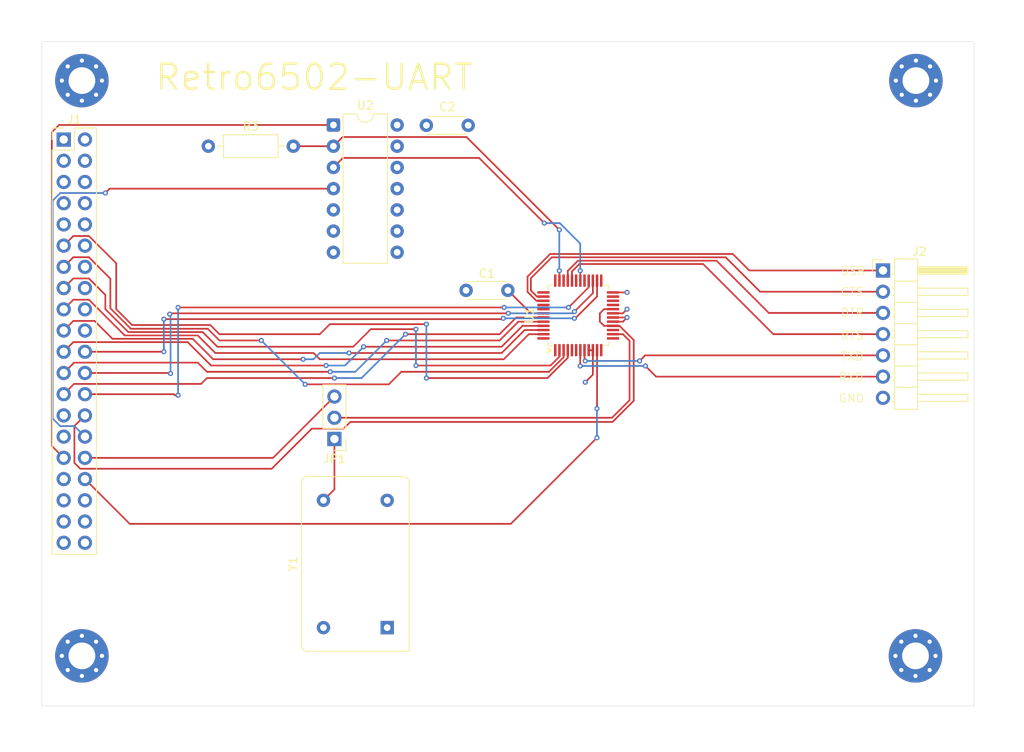
<source format=kicad_pcb>
(kicad_pcb (version 20241229) (generator "pcbnew") (generator_version "9.0")
  (layers (0 "F.Cu" signal) (4 "In1.Cu" signal) (6 "In2.Cu" signal) (2 "B.Cu" signal) (13 "F.Paste" user) (15 "B.Paste" user) (5 "F.SilkS" user "F.Silkscreen") (7 "B.SilkS" user "B.Silkscreen") (1 "F.Mask" user) (3 "B.Mask" user) (25 "Edge.Cuts" user))
  (net 0 "")
  (net 1 "VCC")
  (net 2 "/D7")
  (net 3 "/D6")
  (net 4 "/D5")
  (net 5 "/D4")
  (net 6 "/D3")
  (net 7 "/D2")
  (net 8 "/A2")
  (net 9 "/D1")
  (net 10 "/A1")
  (net 11 "/D0")
  (net 12 "/A0")
  (net 13 "/R{slash}~{W}")
  (net 14 "/~{IRQ}")
  (net 15 "/~{RESET}")
  (net 16 "/16MHz")
  (net 17 "/~{IOCS1}")
  (net 18 "GND")
  (net 39 "/TXD")
  (net 40 "/~{RTS}")
  (net 41 "/~{DSR}")
  (net 42 "/RXD")
  (net 43 "/~{CTS}")
  (net 44 "/~{DTR}")
  (net 45 "/UCLK")
  (net 46 "Net-(JP1-A)")
  (net 47 "/RESET")
  (net 64 "/IRQ")
  (footprint "Resistor_THT:R_Axial_DIN0207_L6.3mm_D2.5mm_P10.16mm_Horizontal" (layer "F.Cu") (at 107.42 72.5)
    (property "Reference" "R3" (at 5.08 -2.37 0) (layer "F.SilkS"))
    (property "Value" "3k3")
    (pad "1" thru_hole circle (at 0 0) (size 1.6 1.6) (drill 0.8) (layers "*.Cu" "*.Mask") (net 1 "VCC"))
    (pad "2" thru_hole oval (at 10.16 0) (size 1.6 1.6) (drill 0.8) (layers "*.Cu" "*.Mask") (net 47 "/RESET"))
  )
  (footprint "Capacitor_THT:C_Disc_D4.3mm_W1.9mm_P5.00mm" (layer "F.Cu") (at 143.25 89.75 180)
    (property "Reference" "C1" (at 2.5 2 0) (layer "F.SilkS"))
    (property "Value" "100n")
    (pad "1" thru_hole circle (at 0 0 180) (size 1.6 1.6) (drill 0.8) (layers "*.Cu" "*.Mask") (net 1 "VCC"))
    (pad "2" thru_hole circle (at 5 0 180) (size 1.6 1.6) (drill 0.8) (layers "*.Cu" "*.Mask") (net 18 "GND"))
  )
  (footprint "MountingHole:MountingHole_3.2mm_M3_Pad_Via" (layer "F.Cu") (at 92.297056 64.647056)
    (property "Reference" "H1")
    (property "Value" "MountingHole_Pad")
    (pad "1" thru_hole circle (at -2.4 0) (size 0.8 0.8) (drill 0.5) (layers "*.Cu" "*.Mask") (net 18 "GND"))
    (pad "1" thru_hole circle (at -1.697056 -1.697056) (size 0.8 0.8) (drill 0.5) (layers "*.Cu" "*.Mask") (net 18 "GND"))
    (pad "1" thru_hole circle (at -1.697056 1.697056) (size 0.8 0.8) (drill 0.5) (layers "*.Cu" "*.Mask") (net 18 "GND"))
    (pad "1" thru_hole circle (at 0 -2.4) (size 0.8 0.8) (drill 0.5) (layers "*.Cu" "*.Mask") (net 18 "GND"))
    (pad "1" thru_hole circle (at 0 0) (size 6.4 6.4) (drill 3.2) (layers "*.Cu" "*.Mask") (net 18 "GND"))
    (pad "1" thru_hole circle (at 0 2.4) (size 0.8 0.8) (drill 0.5) (layers "*.Cu" "*.Mask") (net 18 "GND"))
    (pad "1" thru_hole circle (at 1.697056 -1.697056) (size 0.8 0.8) (drill 0.5) (layers "*.Cu" "*.Mask") (net 18 "GND"))
    (pad "1" thru_hole circle (at 1.697056 1.697056) (size 0.8 0.8) (drill 0.5) (layers "*.Cu" "*.Mask") (net 18 "GND"))
    (pad "1" thru_hole circle (at 2.4 0) (size 0.8 0.8) (drill 0.5) (layers "*.Cu" "*.Mask") (net 18 "GND"))
  )
  (footprint "Connector_PinHeader_2.54mm:PinHeader_2x20_P2.54mm_Vertical" (layer "F.Cu") (at 90.12 71.7)
    (property "Reference" "J1" (at 1.27 -2.38 0) (layer "F.SilkS"))
    (property "Value" "BUS")
    (pad "1" thru_hole rect (at 0 0) (size 1.7 1.7) (drill 1) (layers "*.Cu" "*.Mask") (net 1 "VCC"))
    (pad "2" thru_hole circle (at 2.54 0) (size 1.7 1.7) (drill 1) (layers "*.Cu" "*.Mask") (net 1 "VCC"))
    (pad "3" thru_hole circle (at 0 2.54) (size 1.7 1.7) (drill 1) (layers "*.Cu" "*.Mask"))
    (pad "4" thru_hole circle (at 2.54 2.54) (size 1.7 1.7) (drill 1) (layers "*.Cu" "*.Mask"))
    (pad "5" thru_hole circle (at 0 5.08) (size 1.7 1.7) (drill 1) (layers "*.Cu" "*.Mask"))
    (pad "6" thru_hole circle (at 2.54 5.08) (size 1.7 1.7) (drill 1) (layers "*.Cu" "*.Mask"))
    (pad "7" thru_hole circle (at 0 7.62) (size 1.7 1.7) (drill 1) (layers "*.Cu" "*.Mask"))
    (pad "8" thru_hole circle (at 2.54 7.62) (size 1.7 1.7) (drill 1) (layers "*.Cu" "*.Mask"))
    (pad "9" thru_hole circle (at 0 10.16) (size 1.7 1.7) (drill 1) (layers "*.Cu" "*.Mask"))
    (pad "10" thru_hole circle (at 2.54 10.16) (size 1.7 1.7) (drill 1) (layers "*.Cu" "*.Mask"))
    (pad "11" thru_hole circle (at 0 12.7) (size 1.7 1.7) (drill 1) (layers "*.Cu" "*.Mask") (net 2 "/D7"))
    (pad "12" thru_hole circle (at 2.54 12.7) (size 1.7 1.7) (drill 1) (layers "*.Cu" "*.Mask"))
    (pad "13" thru_hole circle (at 0 15.24) (size 1.7 1.7) (drill 1) (layers "*.Cu" "*.Mask") (net 3 "/D6"))
    (pad "14" thru_hole circle (at 2.54 15.24) (size 1.7 1.7) (drill 1) (layers "*.Cu" "*.Mask"))
    (pad "15" thru_hole circle (at 0 17.78) (size 1.7 1.7) (drill 1) (layers "*.Cu" "*.Mask") (net 4 "/D5"))
    (pad "16" thru_hole circle (at 2.54 17.78) (size 1.7 1.7) (drill 1) (layers "*.Cu" "*.Mask"))
    (pad "17" thru_hole circle (at 0 20.32) (size 1.7 1.7) (drill 1) (layers "*.Cu" "*.Mask") (net 5 "/D4"))
    (pad "18" thru_hole circle (at 2.54 20.32) (size 1.7 1.7) (drill 1) (layers "*.Cu" "*.Mask"))
    (pad "19" thru_hole circle (at 0 22.86) (size 1.7 1.7) (drill 1) (layers "*.Cu" "*.Mask") (net 6 "/D3"))
    (pad "20" thru_hole circle (at 2.54 22.86) (size 1.7 1.7) (drill 1) (layers "*.Cu" "*.Mask"))
    (pad "21" thru_hole circle (at 0 25.4) (size 1.7 1.7) (drill 1) (layers "*.Cu" "*.Mask") (net 7 "/D2"))
    (pad "22" thru_hole circle (at 2.54 25.4) (size 1.7 1.7) (drill 1) (layers "*.Cu" "*.Mask") (net 8 "/A2"))
    (pad "23" thru_hole circle (at 0 27.94) (size 1.7 1.7) (drill 1) (layers "*.Cu" "*.Mask") (net 9 "/D1"))
    (pad "24" thru_hole circle (at 2.54 27.94) (size 1.7 1.7) (drill 1) (layers "*.Cu" "*.Mask") (net 10 "/A1"))
    (pad "25" thru_hole circle (at 0 30.48) (size 1.7 1.7) (drill 1) (layers "*.Cu" "*.Mask") (net 11 "/D0"))
    (pad "26" thru_hole circle (at 2.54 30.48) (size 1.7 1.7) (drill 1) (layers "*.Cu" "*.Mask") (net 12 "/A0"))
    (pad "27" thru_hole circle (at 0 33.02) (size 1.7 1.7) (drill 1) (layers "*.Cu" "*.Mask"))
    (pad "28" thru_hole circle (at 2.54 33.02) (size 1.7 1.7) (drill 1) (layers "*.Cu" "*.Mask") (net 13 "/R{slash}~{W}"))
    (pad "29" thru_hole circle (at 0 35.56) (size 1.7 1.7) (drill 1) (layers "*.Cu" "*.Mask"))
    (pad "30" thru_hole circle (at 2.54 35.56) (size 1.7 1.7) (drill 1) (layers "*.Cu" "*.Mask") (net 14 "/~{IRQ}"))
    (pad "31" thru_hole circle (at 0 38.1) (size 1.7 1.7) (drill 1) (layers "*.Cu" "*.Mask") (net 15 "/~{RESET}"))
    (pad "32" thru_hole circle (at 2.54 38.1) (size 1.7 1.7) (drill 1) (layers "*.Cu" "*.Mask") (net 16 "/16MHz"))
    (pad "33" thru_hole circle (at 0 40.64) (size 1.7 1.7) (drill 1) (layers "*.Cu" "*.Mask"))
    (pad "34" thru_hole circle (at 2.54 40.64) (size 1.7 1.7) (drill 1) (layers "*.Cu" "*.Mask") (net 17 "/~{IOCS1}"))
    (pad "35" thru_hole circle (at 0 43.18) (size 1.7 1.7) (drill 1) (layers "*.Cu" "*.Mask"))
    (pad "36" thru_hole circle (at 2.54 43.18) (size 1.7 1.7) (drill 1) (layers "*.Cu" "*.Mask"))
    (pad "37" thru_hole circle (at 0 45.72) (size 1.7 1.7) (drill 1) (layers "*.Cu" "*.Mask"))
    (pad "38" thru_hole circle (at 2.54 45.72) (size 1.7 1.7) (drill 1) (layers "*.Cu" "*.Mask"))
    (pad "39" thru_hole circle (at 0 48.26) (size 1.7 1.7) (drill 1) (layers "*.Cu" "*.Mask") (net 18 "GND"))
    (pad "40" thru_hole circle (at 2.54 48.26) (size 1.7 1.7) (drill 1) (layers "*.Cu" "*.Mask") (net 18 "GND"))
  )
  (footprint "Connector_PinHeader_2.54mm:PinHeader_1x03_P2.54mm_Vertical" (layer "F.Cu") (at 122.5 107.54 180)
    (property "Reference" "JP1" (at 0 -2.38 0) (layer "F.SilkS"))
    (property "Value" "ClkSrc")
    (pad "1" thru_hole rect (at 0 0 180) (size 1.7 1.7) (drill 1) (layers "*.Cu" "*.Mask") (net 46 "Net-(JP1-A)"))
    (pad "2" thru_hole circle (at 0 2.54 180) (size 1.7 1.7) (drill 1) (layers "*.Cu" "*.Mask") (net 45 "/UCLK"))
    (pad "3" thru_hole circle (at 0 5.08 180) (size 1.7 1.7) (drill 1) (layers "*.Cu" "*.Mask") (net 16 "/16MHz"))
  )
  (footprint "MountingHole:MountingHole_3.2mm_M3_Pad_Via" (layer "F.Cu") (at 192 133.5)
    (property "Reference" "H4")
    (property "Value" "MountingHole_Pad")
    (pad "1" thru_hole circle (at -2.4 0) (size 0.8 0.8) (drill 0.5) (layers "*.Cu" "*.Mask") (net 18 "GND"))
    (pad "1" thru_hole circle (at -1.697056 -1.697056) (size 0.8 0.8) (drill 0.5) (layers "*.Cu" "*.Mask") (net 18 "GND"))
    (pad "1" thru_hole circle (at -1.697056 1.697056) (size 0.8 0.8) (drill 0.5) (layers "*.Cu" "*.Mask") (net 18 "GND"))
    (pad "1" thru_hole circle (at 0 -2.4) (size 0.8 0.8) (drill 0.5) (layers "*.Cu" "*.Mask") (net 18 "GND"))
    (pad "1" thru_hole circle (at 0 0) (size 6.4 6.4) (drill 3.2) (layers "*.Cu" "*.Mask") (net 18 "GND"))
    (pad "1" thru_hole circle (at 0 2.4) (size 0.8 0.8) (drill 0.5) (layers "*.Cu" "*.Mask") (net 18 "GND"))
    (pad "1" thru_hole circle (at 1.697056 -1.697056) (size 0.8 0.8) (drill 0.5) (layers "*.Cu" "*.Mask") (net 18 "GND"))
    (pad "1" thru_hole circle (at 1.697056 1.697056) (size 0.8 0.8) (drill 0.5) (layers "*.Cu" "*.Mask") (net 18 "GND"))
    (pad "1" thru_hole circle (at 2.4 0) (size 0.8 0.8) (drill 0.5) (layers "*.Cu" "*.Mask") (net 18 "GND"))
  )
  (footprint "Oscillator:Oscillator_DIP-14" (layer "F.Cu") (at 128.81 130.12 90)
    (property "Reference" "Y1" (at 7.62 -11.26 90) (layer "F.SilkS"))
    (property "Value" "1.8432MHz")
    (pad "1" thru_hole rect (at 0 0 90) (size 1.6 1.6) (drill 0.8) (layers "*.Cu" "*.Mask"))
    (pad "7" thru_hole circle (at 15.24 0 90) (size 1.6 1.6) (drill 0.8) (layers "*.Cu" "*.Mask") (net 18 "GND"))
    (pad "8" thru_hole circle (at 15.24 -7.62 90) (size 1.6 1.6) (drill 0.8) (layers "*.Cu" "*.Mask") (net 46 "Net-(JP1-A)"))
    (pad "14" thru_hole circle (at 0 -7.62 90) (size 1.6 1.6) (drill 0.8) (layers "*.Cu" "*.Mask") (net 1 "VCC"))
  )
  (footprint "Package_DIP:DIP-14_W7.62mm" (layer "F.Cu") (at 122.38 69.96)
    (property "Reference" "U2" (at 3.81 -2.33 0) (layer "F.SilkS"))
    (property "Value" "74LS06")
    (pad "1" thru_hole roundrect (at 0 0) (size 1.6 1.6) (drill 0.8) (layers "*.Cu" "*.Mask") (roundrect_rratio 0.15625) (net 15 "/~{RESET}"))
    (pad "2" thru_hole circle (at 0 2.54) (size 1.6 1.6) (drill 0.8) (layers "*.Cu" "*.Mask") (net 47 "/RESET"))
    (pad "3" thru_hole circle (at 0 5.08) (size 1.6 1.6) (drill 0.8) (layers "*.Cu" "*.Mask") (net 64 "/IRQ"))
    (pad "4" thru_hole circle (at 0 7.62) (size 1.6 1.6) (drill 0.8) (layers "*.Cu" "*.Mask") (net 14 "/~{IRQ}"))
    (pad "5" thru_hole circle (at 0 10.16) (size 1.6 1.6) (drill 0.8) (layers "*.Cu" "*.Mask") (net 18 "GND"))
    (pad "6" thru_hole circle (at 0 12.7) (size 1.6 1.6) (drill 0.8) (layers "*.Cu" "*.Mask"))
    (pad "7" thru_hole circle (at 0 15.24) (size 1.6 1.6) (drill 0.8) (layers "*.Cu" "*.Mask") (net 18 "GND"))
    (pad "8" thru_hole circle (at 7.62 15.24) (size 1.6 1.6) (drill 0.8) (layers "*.Cu" "*.Mask"))
    (pad "9" thru_hole circle (at 7.62 12.7) (size 1.6 1.6) (drill 0.8) (layers "*.Cu" "*.Mask") (net 18 "GND"))
    (pad "10" thru_hole circle (at 7.62 10.16) (size 1.6 1.6) (drill 0.8) (layers "*.Cu" "*.Mask"))
    (pad "11" thru_hole circle (at 7.62 7.62) (size 1.6 1.6) (drill 0.8) (layers "*.Cu" "*.Mask") (net 18 "GND"))
    (pad "12" thru_hole circle (at 7.62 5.08) (size 1.6 1.6) (drill 0.8) (layers "*.Cu" "*.Mask"))
    (pad "13" thru_hole circle (at 7.62 2.54) (size 1.6 1.6) (drill 0.8) (layers "*.Cu" "*.Mask") (net 18 "GND"))
    (pad "14" thru_hole circle (at 7.62 0) (size 1.6 1.6) (drill 0.8) (layers "*.Cu" "*.Mask") (net 1 "VCC"))
  )
  (footprint "MountingHole:MountingHole_3.2mm_M3_Pad_Via" (layer "F.Cu") (at 92.297056 133.5)
    (property "Reference" "H3")
    (property "Value" "MountingHole_Pad")
    (pad "1" thru_hole circle (at -2.4 0) (size 0.8 0.8) (drill 0.5) (layers "*.Cu" "*.Mask") (net 18 "GND"))
    (pad "1" thru_hole circle (at -1.697056 -1.697056) (size 0.8 0.8) (drill 0.5) (layers "*.Cu" "*.Mask") (net 18 "GND"))
    (pad "1" thru_hole circle (at -1.697056 1.697056) (size 0.8 0.8) (drill 0.5) (layers "*.Cu" "*.Mask") (net 18 "GND"))
    (pad "1" thru_hole circle (at 0 -2.4) (size 0.8 0.8) (drill 0.5) (layers "*.Cu" "*.Mask") (net 18 "GND"))
    (pad "1" thru_hole circle (at 0 0) (size 6.4 6.4) (drill 3.2) (layers "*.Cu" "*.Mask") (net 18 "GND"))
    (pad "1" thru_hole circle (at 0 2.4) (size 0.8 0.8) (drill 0.5) (layers "*.Cu" "*.Mask") (net 18 "GND"))
    (pad "1" thru_hole circle (at 1.697056 -1.697056) (size 0.8 0.8) (drill 0.5) (layers "*.Cu" "*.Mask") (net 18 "GND"))
    (pad "1" thru_hole circle (at 1.697056 1.697056) (size 0.8 0.8) (drill 0.5) (layers "*.Cu" "*.Mask") (net 18 "GND"))
    (pad "1" thru_hole circle (at 2.4 0) (size 0.8 0.8) (drill 0.5) (layers "*.Cu" "*.Mask") (net 18 "GND"))
  )
  (footprint "Capacitor_THT:C_Disc_D4.3mm_W1.9mm_P5.00mm" (layer "F.Cu") (at 133.5 70)
    (property "Reference" "C2" (at 2.5 -2.2 0) (layer "F.SilkS"))
    (property "Value" "100n")
    (pad "1" thru_hole circle (at 0 0) (size 1.6 1.6) (drill 0.8) (layers "*.Cu" "*.Mask") (net 1 "VCC"))
    (pad "2" thru_hole circle (at 5 0) (size 1.6 1.6) (drill 0.8) (layers "*.Cu" "*.Mask") (net 18 "GND"))
  )
  (footprint "MountingHole:MountingHole_3.2mm_M3_Pad_Via" (layer "F.Cu") (at 192.05 64.647056)
    (property "Reference" "H2")
    (property "Value" "MountingHole_Pad")
    (pad "1" thru_hole circle (at -2.4 0) (size 0.8 0.8) (drill 0.5) (layers "*.Cu" "*.Mask") (net 18 "GND"))
    (pad "1" thru_hole circle (at -1.697056 -1.697056) (size 0.8 0.8) (drill 0.5) (layers "*.Cu" "*.Mask") (net 18 "GND"))
    (pad "1" thru_hole circle (at -1.697056 1.697056) (size 0.8 0.8) (drill 0.5) (layers "*.Cu" "*.Mask") (net 18 "GND"))
    (pad "1" thru_hole circle (at 0 -2.4) (size 0.8 0.8) (drill 0.5) (layers "*.Cu" "*.Mask") (net 18 "GND"))
    (pad "1" thru_hole circle (at 0 0) (size 6.4 6.4) (drill 3.2) (layers "*.Cu" "*.Mask") (net 18 "GND"))
    (pad "1" thru_hole circle (at 0 2.4) (size 0.8 0.8) (drill 0.5) (layers "*.Cu" "*.Mask") (net 18 "GND"))
    (pad "1" thru_hole circle (at 1.697056 -1.697056) (size 0.8 0.8) (drill 0.5) (layers "*.Cu" "*.Mask") (net 18 "GND"))
    (pad "1" thru_hole circle (at 1.697056 1.697056) (size 0.8 0.8) (drill 0.5) (layers "*.Cu" "*.Mask") (net 18 "GND"))
    (pad "1" thru_hole circle (at 2.4 0) (size 0.8 0.8) (drill 0.5) (layers "*.Cu" "*.Mask") (net 18 "GND"))
  )
  (footprint "Connector_PinHeader_2.54mm:PinHeader_1x07_P2.54mm_Horizontal" (layer "F.Cu") (at 188.115 87.375)
    (property "Reference" "J2" (at 4.385 -2.27 0) (layer "F.SilkS"))
    (property "Value" "Conn_01x07")
    (pad "1" thru_hole rect (at 0 0) (size 1.7 1.7) (drill 1) (layers "*.Cu" "*.Mask") (net 41 "/~{DSR}"))
    (pad "2" thru_hole circle (at 0 2.54) (size 1.7 1.7) (drill 1) (layers "*.Cu" "*.Mask") (net 43 "/~{CTS}"))
    (pad "3" thru_hole circle (at 0 5.08) (size 1.7 1.7) (drill 1) (layers "*.Cu" "*.Mask") (net 44 "/~{DTR}"))
    (pad "4" thru_hole circle (at 0 7.62) (size 1.7 1.7) (drill 1) (layers "*.Cu" "*.Mask") (net 40 "/~{RTS}"))
    (pad "5" thru_hole circle (at 0 10.16) (size 1.7 1.7) (drill 1) (layers "*.Cu" "*.Mask") (net 39 "/TXD"))
    (pad "6" thru_hole circle (at 0 12.7) (size 1.7 1.7) (drill 1) (layers "*.Cu" "*.Mask") (net 42 "/RXD"))
    (pad "7" thru_hole circle (at 0 15.24) (size 1.7 1.7) (drill 1) (layers "*.Cu" "*.Mask") (net 18 "GND"))
  )
  (footprint "Package_QFP:TQFP-48_7x7mm_P0.5mm" (layer "F.Cu") (at 151.6625 92.75 90)
    (property "Reference" "U1" (at 0 -5.85 90) (layer "F.SilkS"))
    (property "Value" "16c550")
    (pad "1" smd roundrect (at -4.1625 -2.75 90) (size 1.475 0.3) (layers "F.Cu" "F.Mask" "F.Paste"))
    (pad "2" smd roundrect (at -4.1625 -2.25 90) (size 1.475 0.3) (layers "F.Cu" "F.Mask" "F.Paste") (net 4 "/D5"))
    (pad "3" smd roundrect (at -4.1625 -1.75 90) (size 1.475 0.3) (layers "F.Cu" "F.Mask" "F.Paste") (net 3 "/D6"))
    (pad "4" smd roundrect (at -4.1625 -1.25 90) (size 1.475 0.3) (layers "F.Cu" "F.Mask" "F.Paste") (net 2 "/D7"))
    (pad "5" smd roundrect (at -4.1625 -0.75 90) (size 1.475 0.3) (layers "F.Cu" "F.Mask" "F.Paste"))
    (pad "6" smd roundrect (at -4.1625 -0.25 90) (size 1.475 0.3) (layers "F.Cu" "F.Mask" "F.Paste"))
    (pad "7" smd roundrect (at -4.1625 0.25 90) (size 1.475 0.3) (layers "F.Cu" "F.Mask" "F.Paste") (net 42 "/RXD"))
    (pad "8" smd roundrect (at -4.1625 0.75 90) (size 1.475 0.3) (layers "F.Cu" "F.Mask" "F.Paste") (net 39 "/TXD"))
    (pad "9" smd roundrect (at -4.1625 1.25 90) (size 1.475 0.3) (layers "F.Cu" "F.Mask" "F.Paste") (net 1 "VCC"))
    (pad "10" smd roundrect (at -4.1625 1.75 90) (size 1.475 0.3) (layers "F.Cu" "F.Mask" "F.Paste") (net 1 "VCC"))
    (pad "11" smd roundrect (at -4.1625 2.25 90) (size 1.475 0.3) (layers "F.Cu" "F.Mask" "F.Paste") (net 17 "/~{IOCS1}"))
    (pad "12" smd roundrect (at -4.1625 2.75 90) (size 1.475 0.3) (layers "F.Cu" "F.Mask" "F.Paste"))
    (pad "13" smd roundrect (at -2.75 4.1625 90) (size 0.3 1.475) (layers "F.Cu" "F.Mask" "F.Paste"))
    (pad "14" smd roundrect (at -2.25 4.1625 90) (size 0.3 1.475) (layers "F.Cu" "F.Mask" "F.Paste") (net 45 "/UCLK"))
    (pad "15" smd roundrect (at -1.75 4.1625 90) (size 0.3 1.475) (layers "F.Cu" "F.Mask" "F.Paste"))
    (pad "16" smd roundrect (at -1.25 4.1625 90) (size 0.3 1.475) (layers "F.Cu" "F.Mask" "F.Paste") (net 13 "/R{slash}~{W}"))
    (pad "17" smd roundrect (at -0.75 4.1625 90) (size 0.3 1.475) (layers "F.Cu" "F.Mask" "F.Paste") (net 18 "GND"))
    (pad "18" smd roundrect (at -0.25 4.1625 90) (size 0.3 1.475) (layers "F.Cu" "F.Mask" "F.Paste") (net 18 "GND"))
    (pad "19" smd roundrect (at 0.25 4.1625 90) (size 0.3 1.475) (layers "F.Cu" "F.Mask" "F.Paste") (net 1 "VCC"))
    (pad "20" smd roundrect (at 0.75 4.1625 90) (size 0.3 1.475) (layers "F.Cu" "F.Mask" "F.Paste") (net 13 "/R{slash}~{W}"))
    (pad "21" smd roundrect (at 1.25 4.1625 90) (size 0.3 1.475) (layers "F.Cu" "F.Mask" "F.Paste"))
    (pad "22" smd roundrect (at 1.75 4.1625 90) (size 0.3 1.475) (layers "F.Cu" "F.Mask" "F.Paste"))
    (pad "23" smd roundrect (at 2.25 4.1625 90) (size 0.3 1.475) (layers "F.Cu" "F.Mask" "F.Paste"))
    (pad "24" smd roundrect (at 2.75 4.1625 90) (size 0.3 1.475) (layers "F.Cu" "F.Mask" "F.Paste") (net 18 "GND"))
    (pad "25" smd roundrect (at 4.1625 2.75 90) (size 1.475 0.3) (layers "F.Cu" "F.Mask" "F.Paste"))
    (pad "26" smd roundrect (at 4.1625 2.25 90) (size 1.475 0.3) (layers "F.Cu" "F.Mask" "F.Paste") (net 8 "/A2"))
    (pad "27" smd roundrect (at 4.1625 1.75 90) (size 1.475 0.3) (layers "F.Cu" "F.Mask" "F.Paste") (net 10 "/A1"))
    (pad "28" smd roundrect (at 4.1625 1.25 90) (size 1.475 0.3) (layers "F.Cu" "F.Mask" "F.Paste") (net 12 "/A0"))
    (pad "29" smd roundrect (at 4.1625 0.75 90) (size 1.475 0.3) (layers "F.Cu" "F.Mask" "F.Paste"))
    (pad "30" smd roundrect (at 4.1625 0.25 90) (size 1.475 0.3) (layers "F.Cu" "F.Mask" "F.Paste") (net 64 "/IRQ"))
    (pad "31" smd roundrect (at 4.1625 -0.25 90) (size 1.475 0.3) (layers "F.Cu" "F.Mask" "F.Paste"))
    (pad "32" smd roundrect (at 4.1625 -0.75 90) (size 1.475 0.3) (layers "F.Cu" "F.Mask" "F.Paste") (net 40 "/~{RTS}"))
    (pad "33" smd roundrect (at 4.1625 -1.25 90) (size 1.475 0.3) (layers "F.Cu" "F.Mask" "F.Paste") (net 44 "/~{DTR}"))
    (pad "34" smd roundrect (at 4.1625 -1.75 90) (size 1.475 0.3) (layers "F.Cu" "F.Mask" "F.Paste"))
    (pad "35" smd roundrect (at 4.1625 -2.25 90) (size 1.475 0.3) (layers "F.Cu" "F.Mask" "F.Paste") (net 47 "/RESET"))
    (pad "36" smd roundrect (at 4.1625 -2.75 90) (size 1.475 0.3) (layers "F.Cu" "F.Mask" "F.Paste"))
    (pad "37" smd roundrect (at 2.75 -4.1625 90) (size 0.3 1.475) (layers "F.Cu" "F.Mask" "F.Paste"))
    (pad "38" smd roundrect (at 2.25 -4.1625 90) (size 0.3 1.475) (layers "F.Cu" "F.Mask" "F.Paste") (net 43 "/~{CTS}"))
    (pad "39" smd roundrect (at 1.75 -4.1625 90) (size 0.3 1.475) (layers "F.Cu" "F.Mask" "F.Paste") (net 41 "/~{DSR}"))
    (pad "40" smd roundrect (at 1.25 -4.1625 90) (size 0.3 1.475) (layers "F.Cu" "F.Mask" "F.Paste"))
    (pad "41" smd roundrect (at 0.75 -4.1625 90) (size 0.3 1.475) (layers "F.Cu" "F.Mask" "F.Paste"))
    (pad "42" smd roundrect (at 0.25 -4.1625 90) (size 0.3 1.475) (layers "F.Cu" "F.Mask" "F.Paste") (net 1 "VCC"))
    (pad "43" smd roundrect (at -0.25 -4.1625 90) (size 0.3 1.475) (layers "F.Cu" "F.Mask" "F.Paste") (net 11 "/D0"))
    (pad "44" smd roundrect (at -0.75 -4.1625 90) (size 0.3 1.475) (layers "F.Cu" "F.Mask" "F.Paste") (net 9 "/D1"))
    (pad "45" smd roundrect (at -1.25 -4.1625 90) (size 0.3 1.475) (layers "F.Cu" "F.Mask" "F.Paste") (net 7 "/D2"))
    (pad "46" smd roundrect (at -1.75 -4.1625 90) (size 0.3 1.475) (layers "F.Cu" "F.Mask" "F.Paste") (net 6 "/D3"))
    (pad "47" smd roundrect (at -2.25 -4.1625 90) (size 0.3 1.475) (layers "F.Cu" "F.Mask" "F.Paste") (net 5 "/D4"))
    (pad "48" smd roundrect (at -2.75 -4.1625 90) (size 0.3 1.475) (layers "F.Cu" "F.Mask" "F.Paste"))
  )
  (gr_rect (start 87.5 60) (end 199 139.5) (stroke (width 0.05)) (fill no) (layer "Edge.Cuts"))
  (gr_text "DTR" (at 183 93 0) (layer "F.SilkS") (effects (font (size 1 1) (thickness 0.1)) (justify left bottom)))
  (gr_text "TXD" (at 183 98.25 0) (layer "F.SilkS") (effects (font (size 1 1) (thickness 0.1)) (justify left bottom)))
  (gr_text "CTS" (at 183 90.5 0) (layer "F.SilkS") (effects (font (size 1 1) (thickness 0.1)) (justify left bottom)))
  (gr_text "GND" (at 182.75 103.25 0) (layer "F.SilkS") (effects (font (size 1 1) (thickness 0.1)) (justify left bottom)))
  (gr_text "DSR" (at 183 88 0) (layer "F.SilkS") (effects (font (size 1 1) (thickness 0.1)) (justify left bottom)))
  (gr_text "Retro6502-UART" (at 100.9 66 0) (layer "F.SilkS") (effects (font (size 3 3) (thickness 0.3)) (justify left bottom)))
  (gr_text "RXD" (at 182.75 100.75 0) (layer "F.SilkS") (effects (font (size 1 1) (thickness 0.1)) (justify left bottom)))
  (gr_text "RTS" (at 183 95.75 0) (layer "F.SilkS") (effects (font (size 1 1) (thickness 0.1)) (justify left bottom)))
  (segment (start 155.825 92.5) (end 157 92.5) (width 0.2) (layer "F.Cu") (net 1))
  (segment (start 153.4125 99.8375) (end 152.5 100.75) (width 0.2) (layer "F.Cu") (net 1))
  (segment (start 147.5 92.5) (end 146 92.5) (width 0.2) (layer "F.Cu") (net 1))
  (segment (start 152.9125 96.9125) (end 153.4125 96.9125) (width 0.2) (layer "F.Cu") (net 1))
  (segment (start 157 92.5) (end 157.5 92) (width 0.2) (layer "F.Cu") (net 1))
  (segment (start 153.4125 96.9125) (end 153.4125 99.8375) (width 0.2) (layer "F.Cu") (net 1))
  (segment (start 146 92.5) (end 143.25 89.75) (width 0.2) (layer "F.Cu") (net 1))
  (via (at 157.5 92) (size 0.6) (drill 0.3) (layers "F.Cu" "B.Cu") (net 1))
  (via (at 152.5 100.75) (size 0.6) (drill 0.3) (layers "F.Cu" "B.Cu") (net 1))
  (segment (start 133.5 93.8) (end 121.95 93.8) (width 0.2) (layer "F.Cu") (net 2))
  (segment (start 150.4125 96.9125) (end 150.4125 97.818024) (width 0.2) (layer "F.Cu") (net 2))
  (segment (start 133.5 100.25) (end 147.980524 100.25) (width 0.2) (layer "F.Cu") (net 2))
  (segment (start 107.65 93.9) (end 98.3 93.9) (width 0.2) (layer "F.Cu") (net 2))
  (segment (start 120.75 95) (end 108.75 95) (width 0.2) (layer "F.Cu") (net 2))
  (segment (start 96.4 92) (end 96.4 86.51224) (width 0.2) (layer "F.Cu") (net 2))
  (segment (start 147.980524 100.25) (end 150.4125 97.818024) (width 0.2) (layer "F.Cu") (net 2))
  (segment (start 98.3 93.9) (end 96.4 92) (width 0.2) (layer "F.Cu") (net 2))
  (segment (start 121.95 93.8) (end 120.75 95) (width 0.2) (layer "F.Cu") (net 2))
  (segment (start 108.75 95) (end 107.65 93.9) (width 0.2) (layer "F.Cu") (net 2))
  (segment (start 96.4 86.51224) (end 93.13676 83.249) (width 0.2) (layer "F.Cu") (net 2))
  (segment (start 91.271 83.249) (end 90.12 84.4) (width 0.2) (layer "F.Cu") (net 2))
  (segment (start 93.13676 83.249) (end 91.271 83.249) (width 0.2) (layer "F.Cu") (net 2))
  (via (at 133.5 100.25) (size 0.6) (drill 0.3) (layers "F.Cu" "B.Cu") (net 2))
  (via (at 133.5 93.8) (size 0.6) (drill 0.3) (layers "F.Cu" "B.Cu") (net 2))
  (segment (start 133.5 100.25) (end 133.5 93.8) (width 0.2) (layer "B.Cu") (net 2))
  (segment (start 129 101) (end 130.5 99.5) (width 0.2) (layer "F.Cu") (net 3))
  (segment (start 119 101) (end 129 101) (width 0.2) (layer "F.Cu") (net 3))
  (segment (start 130.5 99.5) (end 148.163424 99.5) (width 0.2) (layer "F.Cu") (net 3))
  (segment (start 108.75 95.75) (end 113.75 95.75) (width 0.2) (layer "F.Cu") (net 3))
  (segment (start 95.7 88.35224) (end 93.13676 85.789) (width 0.2) (layer "F.Cu") (net 3))
  (segment (start 149.9125 97.750924) (end 149.9125 96.9125) (width 0.2) (layer "F.Cu") (net 3))
  (segment (start 93.13676 85.789) (end 91.271 85.789) (width 0.2) (layer "F.Cu") (net 3))
  (segment (start 148.163424 99.5) (end 149.9125 97.750924) (width 0.2) (layer "F.Cu") (net 3))
  (segment (start 107.345 94.345) (end 108.75 95.75) (width 0.2) (layer "F.Cu") (net 3))
  (segment (start 95.7 91.9) (end 95.7 88.35224) (width 0.2) (layer "F.Cu") (net 3))
  (segment (start 98.1 94.3) (end 95.7 91.9) (width 0.2) (layer "F.Cu") (net 3))
  (segment (start 98.1 94.345) (end 98.1 94.3) (width 0.2) (layer "F.Cu") (net 3))
  (segment (start 91.271 85.789) (end 90.12 86.94) (width 0.2) (layer "F.Cu") (net 3))
  (segment (start 98.1 94.345) (end 107.345 94.345) (width 0.2) (layer "F.Cu") (net 3))
  (via (at 119 101) (size 0.6) (drill 0.3) (layers "F.Cu" "B.Cu") (net 3))
  (via (at 113.75 95.75) (size 0.6) (drill 0.3) (layers "F.Cu" "B.Cu") (net 3))
  (segment (start 113.75 95.75) (end 119 101) (width 0.2) (layer "B.Cu") (net 3))
  (segment (start 93.13676 88.329) (end 95.1 90.29224) (width 0.2) (layer "F.Cu") (net 4))
  (segment (start 126.85 94.4) (end 124.75 96.5) (width 0.2) (layer "F.Cu") (net 4))
  (segment (start 97.846 94.746) (end 106.746 94.746) (width 0.2) (layer "F.Cu") (net 4))
  (segment (start 124.75 96.5) (end 108.5 96.5) (width 0.2) (layer "F.Cu") (net 4))
  (segment (start 148.346324 98.75) (end 149.4125 97.683824) (width 0.2) (layer "F.Cu") (net 4))
  (segment (start 108.5 96.5) (end 106.746 94.746) (width 0.2) (layer "F.Cu") (net 4))
  (segment (start 95.1 92) (end 97.846 94.746) (width 0.2) (layer "F.Cu") (net 4))
  (segment (start 132.25 94.4) (end 126.85 94.4) (width 0.2) (layer "F.Cu") (net 4))
  (segment (start 95.1 90.29224) (end 95.1 92) (width 0.2) (layer "F.Cu") (net 4))
  (segment (start 90.12 89.48) (end 91.271 88.329) (width 0.2) (layer "F.Cu") (net 4))
  (segment (start 132.25 98.75) (end 148.346324 98.75) (width 0.2) (layer "F.Cu") (net 4))
  (segment (start 149.4125 97.683824) (end 149.4125 96.9125) (width 0.2) (layer "F.Cu") (net 4))
  (segment (start 91.271 88.329) (end 93.13676 88.329) (width 0.2) (layer "F.Cu") (net 4))
  (via (at 132.25 94.4) (size 0.6) (drill 0.3) (layers "F.Cu" "B.Cu") (net 4))
  (via (at 132.25 98.75) (size 0.6) (drill 0.3) (layers "F.Cu" "B.Cu") (net 4))
  (segment (start 132.25 98.75) (end 132.25 94.4) (width 0.2) (layer "B.Cu") (net 4))
  (segment (start 145.75 95) (end 142.75 98) (width 0.2) (layer "F.Cu") (net 5))
  (segment (start 108.25 97.25) (end 106.147 95.147) (width 0.2) (layer "F.Cu") (net 5))
  (segment (start 142.75 98) (end 120.75 98) (width 0.2) (layer "F.Cu") (net 5))
  (segment (start 97.41476 95.147) (end 93.13676 90.869) (width 0.2) (layer "F.Cu") (net 5))
  (segment (start 120.75 98) (end 120 97.25) (width 0.2) (layer "F.Cu") (net 5))
  (segment (start 147.5 95) (end 145.75 95) (width 0.2) (layer "F.Cu") (net 5))
  (segment (start 106.147 95.147) (end 97.41476 95.147) (width 0.2) (layer "F.Cu") (net 5))
  (segment (start 93.13676 90.869) (end 91.271 90.869) (width 0.2) (layer "F.Cu") (net 5))
  (segment (start 120 97.25) (end 108.25 97.25) (width 0.2) (layer "F.Cu") (net 5))
  (segment (start 91.271 90.869) (end 90.12 92.02) (width 0.2) (layer "F.Cu") (net 5))
  (segment (start 124.25 97.25) (end 142.5 97.25) (width 0.2) (layer "F.Cu") (net 6))
  (segment (start 145.25 94.5) (end 147.5 94.5) (width 0.2) (layer "F.Cu") (net 6))
  (segment (start 93.809 93.409) (end 91.271 93.409) (width 0.2) (layer "F.Cu") (net 6))
  (segment (start 91.271 93.409) (end 90.12 94.56) (width 0.2) (layer "F.Cu") (net 6))
  (segment (start 108 98) (end 105.548 95.548) (width 0.2) (layer "F.Cu") (net 6))
  (segment (start 118.75 98) (end 108 98) (width 0.2) (layer "F.Cu") (net 6))
  (segment (start 142.5 97.25) (end 145.25 94.5) (width 0.2) (layer "F.Cu") (net 6))
  (segment (start 95.948 95.548) (end 93.809 93.409) (width 0.2) (layer "F.Cu") (net 6))
  (segment (start 105.548 95.548) (end 95.948 95.548) (width 0.2) (layer "F.Cu") (net 6))
  (via (at 124.25 97.25) (size 0.6) (drill 0.3) (layers "F.Cu" "B.Cu") (net 6))
  (via (at 118.75 98) (size 0.6) (drill 0.3) (layers "F.Cu" "B.Cu") (net 6))
  (segment (start 120.75 97.25) (end 120 98) (width 0.2) (layer "B.Cu") (net 6))
  (segment (start 120 98) (end 118.75 98) (width 0.2) (layer "B.Cu") (net 6))
  (segment (start 124.25 97.25) (end 120.75 97.25) (width 0.2) (layer "B.Cu") (net 6))
  (segment (start 145 94) (end 147.5 94) (width 0.2) (layer "F.Cu") (net 7))
  (segment (start 107.75 98.75) (end 121.5 98.75) (width 0.2) (layer "F.Cu") (net 7))
  (segment (start 91.271 95.949) (end 90.12 97.1) (width 0.2) (layer "F.Cu") (net 7))
  (segment (start 142.5 96.5) (end 145 94) (width 0.2) (layer "F.Cu") (net 7))
  (segment (start 91.271 95.949) (end 104.949 95.949) (width 0.2) (layer "F.Cu") (net 7))
  (segment (start 104.949 95.949) (end 107.75 98.75) (width 0.2) (layer "F.Cu") (net 7))
  (segment (start 126 96.5) (end 142.5 96.5) (width 0.2) (layer "F.Cu") (net 7))
  (via (at 121.5 98.75) (size 0.6) (drill 0.3) (layers "F.Cu" "B.Cu") (net 7))
  (via (at 126 96.5) (size 0.6) (drill 0.3) (layers "F.Cu" "B.Cu") (net 7))
  (segment (start 126 96.5) (end 123.75 98.75) (width 0.2) (layer "B.Cu") (net 7))
  (segment (start 123.75 98.75) (end 121.5 98.75) (width 0.2) (layer "B.Cu") (net 7))
  (segment (start 102.1 97.1) (end 92.66 97.1) (width 0.2) (layer "F.Cu") (net 8))
  (segment (start 153.9125 90.4875) (end 151.3 93.1) (width 0.2) (layer "F.Cu") (net 8))
  (segment (start 153.9125 88.5875) (end 153.9125 90.4875) (width 0.2) (layer "F.Cu") (net 8))
  (segment (start 142.7 93.1) (end 142.6 93.2) (width 0.2) (layer "F.Cu") (net 8))
  (segment (start 142.6 93.2) (end 102.1 93.2) (width 0.2) (layer "F.Cu") (net 8))
  (segment (start 151.3 93.1) (end 151.2 93.1) (width 0.2) (layer "F.Cu") (net 8))
  (via (at 151.2 93.1) (size 0.6) (drill 0.3) (layers "F.Cu" "B.Cu") (net 8))
  (via (at 142.7 93.1) (size 0.6) (drill 0.3) (layers "F.Cu" "B.Cu") (net 8))
  (via (at 102.1 93.2) (size 0.6) (drill 0.3) (layers "F.Cu" "B.Cu") (net 8))
  (via (at 102.1 97.1) (size 0.6) (drill 0.3) (layers "F.Cu" "B.Cu") (net 8))
  (segment (start 102.1 93.2) (end 102.1 97.1) (width 0.2) (layer "B.Cu") (net 8))
  (segment (start 142.7 93.1) (end 151.2 93.1) (width 0.2) (layer "B.Cu") (net 8))
  (segment (start 107.25 99.5) (end 106.15 98.4) (width 0.2) (layer "F.Cu") (net 9))
  (segment (start 128.75 95.75) (end 142.25 95.75) (width 0.2) (layer "F.Cu") (net 9))
  (segment (start 91.36 98.4) (end 90.12 99.64) (width 0.2) (layer "F.Cu") (net 9))
  (segment (start 106.15 98.4) (end 91.36 98.4) (width 0.2) (layer "F.Cu") (net 9))
  (segment (start 142.25 95.75) (end 144.5 93.5) (width 0.2) (layer "F.Cu") (net 9))
  (segment (start 144.5 93.5) (end 147.5 93.5) (width 0.2) (layer "F.Cu") (net 9))
  (segment (start 122 99.5) (end 107.25 99.5) (width 0.2) (layer "F.Cu") (net 9))
  (via (at 128.75 95.75) (size 0.6) (drill 0.3) (layers "F.Cu" "B.Cu") (net 9))
  (via (at 122 99.5) (size 0.6) (drill 0.3) (layers "F.Cu" "B.Cu") (net 9))
  (segment (start 128.75 95.75) (end 125 99.5) (width 0.2) (layer "B.Cu") (net 9))
  (segment (start 125 99.5) (end 122 99.5) (width 0.2) (layer "B.Cu") (net 9))
  (segment (start 102.84 99.64) (end 102.9 99.7) (width 0.2) (layer "F.Cu") (net 10))
  (segment (start 153.4125 88.5875) (end 153.4125 90.0875) (width 0.2) (layer "F.Cu") (net 10))
  (segment (start 102.8 92.6) (end 102.9 92.5) (width 0.2) (layer "F.Cu") (net 10))
  (segment (start 153.4125 90.0875) (end 151.2 92.3) (width 0.2) (layer "F.Cu") (net 10))
  (segment (start 102.9 92.5) (end 143.3 92.5) (width 0.2) (layer "F.Cu") (net 10))
  (segment (start 92.66 99.64) (end 102.84 99.64) (width 0.2) (layer "F.Cu") (net 10))
  (via (at 102.8 92.6) (size 0.6) (drill 0.3) (layers "F.Cu" "B.Cu") (net 10))
  (via (at 143.3 92.5) (size 0.6) (drill 0.3) (layers "F.Cu" "B.Cu") (net 10))
  (via (at 102.9 99.7) (size 0.6) (drill 0.3) (layers "F.Cu" "B.Cu") (net 10))
  (via (at 151.2 92.3) (size 0.6) (drill 0.3) (layers "F.Cu" "B.Cu") (net 10))
  (segment (start 151.2 92.3) (end 151 92.5) (width 0.2) (layer "B.Cu") (net 10))
  (segment (start 102.9 99.7) (end 102.9 92.7) (width 0.2) (layer "B.Cu") (net 10))
  (segment (start 151 92.5) (end 143.3 92.5) (width 0.2) (layer "B.Cu") (net 10))
  (segment (start 102.9 92.7) (end 102.8 92.6) (width 0.2) (layer "B.Cu") (net 10))
  (segment (start 144.25 93) (end 147.5 93) (width 0.2) (layer "F.Cu") (net 11))
  (segment (start 131 95) (end 142.25 95) (width 0.2) (layer "F.Cu") (net 11))
  (segment (start 106.55 100.95) (end 91.35 100.95) (width 0.2) (layer "F.Cu") (net 11))
  (segment (start 90.12 102.18) (end 91.35 100.95) (width 0.2) (layer "F.Cu") (net 11))
  (segment (start 122.5 100.25) (end 107.25 100.25) (width 0.2) (layer "F.Cu") (net 11))
  (segment (start 107.25 100.25) (end 106.55 100.95) (width 0.2) (layer "F.Cu") (net 11))
  (segment (start 142.25 95) (end 144.25 93) (width 0.2) (layer "F.Cu") (net 11))
  (via (at 131 95) (size 0.6) (drill 0.3) (layers "F.Cu" "B.Cu") (net 11))
  (via (at 122.5 100.25) (size 0.6) (drill 0.3) (layers "F.Cu" "B.Cu") (net 11))
  (segment (start 125.75 100.25) (end 122.5 100.25) (width 0.2) (layer "B.Cu") (net 11))
  (segment (start 131 95) (end 125.75 100.25) (width 0.2) (layer "B.Cu") (net 11))
  (segment (start 142.8 91.8) (end 103.8 91.8) (width 0.2) (layer "F.Cu") (net 12))
  (segment (start 103.4 102.3) (end 103.28 102.18) (width 0.2) (layer "F.Cu") (net 12))
  (segment (start 103.8 102.3) (end 103.4 102.3) (width 0.2) (layer "F.Cu") (net 12))
  (segment (start 103.28 102.18) (end 92.66 102.18) (width 0.2) (layer "F.Cu") (net 12))
  (segment (start 152.9125 89.3875) (end 150.5 91.8) (width 0.2) (layer "F.Cu") (net 12))
  (segment (start 152.9125 88.5875) (end 152.9125 89.3875) (width 0.2) (layer "F.Cu") (net 12))
  (via (at 150.5 91.8) (size 0.6) (drill 0.3) (layers "F.Cu" "B.Cu") (net 12))
  (via (at 142.8 91.8) (size 0.6) (drill 0.3) (layers "F.Cu" "B.Cu") (net 12))
  (via (at 103.8 102.3) (size 0.6) (drill 0.3) (layers "F.Cu" "B.Cu") (net 12))
  (via (at 103.8 91.8) (size 0.6) (drill 0.3) (layers "F.Cu" "B.Cu") (net 12))
  (segment (start 142.8 91.8) (end 150.5 91.8) (width 0.2) (layer "B.Cu") (net 12))
  (segment (start 103.8 91.8) (end 103.8 102.3) (width 0.2) (layer "B.Cu") (net 12))
  (segment (start 123.6 106.3) (end 119.8 106.3) (width 0.2) (layer "F.Cu") (net 13))
  (segment (start 115 111.1) (end 92.1 111.1) (width 0.2) (layer "F.Cu") (net 13))
  (segment (start 158.3 102.9671) (end 155.7671 105.5) (width 0.2) (layer "F.Cu") (net 13))
  (segment (start 154.25 93.5) (end 154.25 92.5) (width 0.2) (layer "F.Cu") (net 13))
  (segment (start 154.75 94) (end 154.25 93.5) (width 0.2) (layer "F.Cu") (net 13))
  (segment (start 154.25 92.5) (end 154.75 92) (width 0.2) (layer "F.Cu") (net 13))
  (segment (start 158.3 95.7) (end 158.3 102.9671) (width 0.2) (layer "F.Cu") (net 13))
  (segment (start 155.825 94) (end 156.6 94) (width 0.2) (layer "F.Cu") (net 13))
  (segment (start 156.6 94) (end 158.3 95.7) (width 0.2) (layer "F.Cu") (net 13))
  (segment (start 124.4 105.5) (end 123.6 106.3) (width 0.2) (layer "F.Cu") (net 13))
  (segment (start 92.1 111.1) (end 91.4 110.4) (width 0.2) (layer "F.Cu") (net 13))
  (segment (start 91.4 110.4) (end 91.4 105.98) (width 0.2) (layer "F.Cu") (net 13))
  (segment (start 154.75 92) (end 155.825 92) (width 0.2) (layer "F.Cu") (net 13))
  (segment (start 155.7671 105.5) (end 124.4 105.5) (width 0.2) (layer "F.Cu") (net 13))
  (segment (start 119.8 106.3) (end 115 111.1) (width 0.2) (layer "F.Cu") (net 13))
  (segment (start 91.4 105.98) (end 92.66 104.72) (width 0.2) (layer "F.Cu") (net 13))
  (segment (start 155.825 94) (end 154.75 94) (width 0.2) (layer "F.Cu") (net 13))
  (segment (start 95.1 78.1) (end 95.62 77.58) (width 0.2) (layer "F.Cu") (net 14))
  (segment (start 95.62 77.58) (end 122.38 77.58) (width 0.2) (layer "F.Cu") (net 14))
  (via (at 95.1 78.1) (size 0.6) (drill 0.3) (layers "F.Cu" "B.Cu") (net 14))
  (segment (start 89.71224 78.1) (end 95.1 78.1) (width 0.2) (layer "B.Cu") (net 14))
  (segment (start 88.8 79.01224) (end 89.71224 78.1) (width 0.2) (layer "B.Cu") (net 14))
  (segment (start 92.66 107.26) (end 91.4 106) (width 0.2) (layer "B.Cu") (net 14))
  (segment (start 91.4 106) (end 89.7 106) (width 0.2) (layer "B.Cu") (net 14))
  (segment (start 89.7 106) (end 88.8 105.1) (width 0.2) (layer "B.Cu") (net 14))
  (segment (start 88.8 105.1) (end 88.8 79.01224) (width 0.2) (layer "B.Cu") (net 14))
  (segment (start 88.7 108.38) (end 90.12 109.8) (width 0.2) (layer "F.Cu") (net 15))
  (segment (start 122.38 69.96) (end 89.558 69.96) (width 0.2) (layer "F.Cu") (net 15))
  (segment (start 88.7 70.818) (end 88.7 108.38) (width 0.2) (layer "F.Cu") (net 15))
  (segment (start 89.558 69.96) (end 88.7 70.818) (width 0.2) (layer "F.Cu") (net 15))
  (segment (start 92.66 109.8) (end 115.16 109.8) (width 0.2) (layer "F.Cu") (net 16))
  (segment (start 115.16 109.8) (end 122.5 102.46) (width 0.2) (layer "F.Cu") (net 16))
  (segment (start 153.9 103.5) (end 153.9125 103.4875) (width 0.2) (layer "F.Cu") (net 17))
  (segment (start 153.9125 103.4875) (end 153.9125 96.9125) (width 0.2) (layer "F.Cu") (net 17))
  (segment (start 92.66 112.34) (end 98.02 117.7) (width 0.2) (layer "F.Cu") (net 17))
  (segment (start 143.6 117.7) (end 153.9 107.4) (width 0.2) (layer "F.Cu") (net 17))
  (segment (start 98.02 117.7) (end 143.6 117.7) (width 0.2) (layer "F.Cu") (net 17))
  (segment (start 153.9 103.9) (end 153.9 103.5) (width 0.2) (layer "F.Cu") (net 17))
  (via (at 153.9 103.9) (size 0.6) (drill 0.3) (layers "F.Cu" "B.Cu") (net 17))
  (via (at 153.9 107.4) (size 0.6) (drill 0.3) (layers "F.Cu" "B.Cu") (net 17))
  (segment (start 153.9 107.4) (end 153.9 103.9) (width 0.2) (layer "B.Cu") (net 17))
  (segment (start 155.825 90) (end 157.5 90) (width 0.2) (layer "F.Cu") (net 18))
  (segment (start 155.825 93) (end 157.5 93) (width 0.2) (layer "F.Cu") (net 18))
  (segment (start 157 93.5) (end 157.5 93) (width 0.2) (layer "F.Cu") (net 18))
  (segment (start 155.825 93.5) (end 157 93.5) (width 0.2) (layer "F.Cu") (net 18))
  (via (at 157.5 90) (size 0.6) (drill 0.3) (layers "F.Cu" "B.Cu") (net 18))
  (via (at 157.5 93) (size 0.6) (drill 0.3) (layers "F.Cu" "B.Cu") (net 18))
  (segment (start 159 98.2) (end 159.665 97.535) (width 0.2) (layer "F.Cu") (net 39))
  (segment (start 159.665 97.535) (end 188.115 97.535) (width 0.2) (layer "F.Cu") (net 39))
  (segment (start 152.4125 96.9125) (end 152.4125 98.1125) (width 0.2) (layer "F.Cu") (net 39))
  (segment (start 152.4125 98.1125) (end 152.5 98.2) (width 0.2) (layer "F.Cu") (net 39))
  (via (at 159 98.2) (size 0.6) (drill 0.3) (layers "F.Cu" "B.Cu") (net 39))
  (via (at 152.5 98.2) (size 0.6) (drill 0.3) (layers "F.Cu" "B.Cu") (net 39))
  (segment (start 152.5 98.2) (end 159 98.2) (width 0.2) (layer "B.Cu") (net 39))
  (segment (start 175.005 94.995) (end 188.115 94.995) (width 0.2) (layer "F.Cu") (net 40))
  (segment (start 175 95) (end 175.005 94.995) (width 0.2) (layer "F.Cu") (net 40))
  (segment (start 166.6 86.6) (end 175 95) (width 0.2) (layer "F.Cu") (net 40))
  (segment (start 150.9125 88.5875) (end 150.9125 87.4875) (width 0.2) (layer "F.Cu") (net 40))
  (segment (start 151.8 86.6) (end 166.6 86.6) (width 0.2) (layer "F.Cu") (net 40))
  (segment (start 150.9125 87.4875) (end 151.8 86.6) (width 0.2) (layer "F.Cu") (net 40))
  (segment (start 188.115 87.375) (end 172.125 87.375) (width 0.2) (layer "F.Cu") (net 41))
  (segment (start 170.148 85.398) (end 148.302 85.398) (width 0.2) (layer "F.Cu") (net 41))
  (segment (start 145.599 89.937424) (end 146.661576 91) (width 0.2) (layer "F.Cu") (net 41))
  (segment (start 148.302 85.398) (end 145.599 88.101) (width 0.2) (layer "F.Cu") (net 41))
  (segment (start 146.661576 91) (end 147.5 91) (width 0.2) (layer "F.Cu") (net 41))
  (segment (start 145.599 88.101) (end 145.599 89.937424) (width 0.2) (layer "F.Cu") (net 41))
  (segment (start 172.125 87.375) (end 170.148 85.398) (width 0.2) (layer "F.Cu") (net 41))
  (segment (start 151.9125 96.9125) (end 151.9 96.925) (width 0.2) (layer "F.Cu") (net 42))
  (segment (start 151.9 96.925) (end 151.9 98.8) (width 0.2) (layer "F.Cu") (net 42))
  (segment (start 160.975 100.075) (end 188.115 100.075) (width 0.2) (layer "F.Cu") (net 42))
  (segment (start 159.7 98.8) (end 160.975 100.075) (width 0.2) (layer "F.Cu") (net 42))
  (via (at 159.7 98.8) (size 0.6) (drill 0.3) (layers "F.Cu" "B.Cu") (net 42))
  (via (at 151.9 98.8) (size 0.6) (drill 0.3) (layers "F.Cu" "B.Cu") (net 42))
  (segment (start 151.9 98.8) (end 159.7 98.8) (width 0.2) (layer "B.Cu") (net 42))
  (segment (start 146.728676 90.5) (end 146 89.771324) (width 0.2) (layer "F.Cu") (net 43))
  (segment (start 169.299 85.799) (end 173.415 89.915) (width 0.2) (layer "F.Cu") (net 43))
  (segment (start 146 89.771324) (end 146 88.3) (width 0.2) (layer "F.Cu") (net 43))
  (segment (start 148.501 85.799) (end 169.299 85.799) (width 0.2) (layer "F.Cu") (net 43))
  (segment (start 147.5 90.5) (end 146.728676 90.5) (width 0.2) (layer "F.Cu") (net 43))
  (segment (start 146 88.3) (end 148.501 85.799) (width 0.2) (layer "F.Cu") (net 43))
  (segment (start 173.415 89.915) (end 188.115 89.915) (width 0.2) (layer "F.Cu") (net 43))
  (segment (start 188.115 92.455) (end 174.455 92.455) (width 0.2) (layer "F.Cu") (net 44))
  (segment (start 168.2 86.2) (end 151.6329 86.2) (width 0.2) (layer "F.Cu") (net 44))
  (segment (start 151.6329 86.2) (end 150.4125 87.4204) (width 0.2) (layer "F.Cu") (net 44))
  (segment (start 174.455 92.455) (end 168.2 86.2) (width 0.2) (layer "F.Cu") (net 44))
  (segment (start 150.4125 87.4204) (end 150.4125 88.5875) (width 0.2) (layer "F.Cu") (net 44))
  (segment (start 157 95) (end 155.825 95) (width 0.2) (layer "F.Cu") (net 45))
  (segment (start 155.7 105) (end 157.8 102.9) (width 0.2) (layer "F.Cu") (net 45))
  (segment (start 122.5 105) (end 155.7 105) (width 0.2) (layer "F.Cu") (net 45))
  (segment (start 157.8 102.9) (end 157.8 95.8) (width 0.2) (layer "F.Cu") (net 45))
  (segment (start 157.8 95.8) (end 157 95) (width 0.2) (layer "F.Cu") (net 45))
  (segment (start 121.19 114.88) (end 122.5 113.57) (width 0.2) (layer "F.Cu") (net 46))
  (segment (start 122.5 113.57) (end 122.5 107.54) (width 0.2) (layer "F.Cu") (net 46))
  (segment (start 117.58 72.5) (end 122.38 72.5) (width 0.2) (layer "F.Cu") (net 47))
  (segment (start 149.4 82.5) (end 138.299 71.399) (width 0.2) (layer "F.Cu") (net 47))
  (segment (start 149.4125 87.4125) (end 149.4 87.4) (width 0.2) (layer "F.Cu") (net 47))
  (segment (start 123.481 71.399) (end 122.38 72.5) (width 0.2) (layer "F.Cu") (net 47))
  (segment (start 138.299 71.399) (end 123.481 71.399) (width 0.2) (layer "F.Cu") (net 47))
  (segment (start 149.4125 88.5875) (end 149.4125 87.4125) (width 0.2) (layer "F.Cu") (net 47))
  (via (at 149.4 82.5) (size 0.6) (drill 0.3) (layers "F.Cu" "B.Cu") (net 47))
  (via (at 149.4 87.4) (size 0.6) (drill 0.3) (layers "F.Cu" "B.Cu") (net 47))
  (segment (start 149.4 87.4) (end 149.4 82.5) (width 0.2) (layer "B.Cu") (net 47))
  (segment (start 139.8 73.9) (end 123.52 73.9) (width 0.2) (layer "F.Cu") (net 64))
  (segment (start 151.9125 87.4125) (end 151.9 87.4) (width 0.2) (layer "F.Cu") (net 64))
  (segment (start 147.6 81.7) (end 139.8 73.9) (width 0.2) (layer "F.Cu") (net 64))
  (segment (start 123.52 73.9) (end 122.38 75.04) (width 0.2) (layer "F.Cu") (net 64))
  (segment (start 151.9125 88.5875) (end 151.9125 87.4125) (width 0.2) (layer "F.Cu") (net 64))
  (via (at 151.9 87.4) (size 0.6) (drill 0.3) (layers "F.Cu" "B.Cu") (net 64))
  (via (at 147.6 81.7) (size 0.6) (drill 0.3) (layers "F.Cu" "B.Cu") (net 64))
  (segment (start 151.9 87.4) (end 151.9 84.150057) (width 0.2) (layer "B.Cu") (net 64))
  (segment (start 151.9 84.150057) (end 149.449943 81.7) (width 0.2) (layer "B.Cu") (net 64))
  (segment (start 149.449943 81.7) (end 147.6 81.7) (width 0.2) (layer "B.Cu") (net 64))
)
</source>
